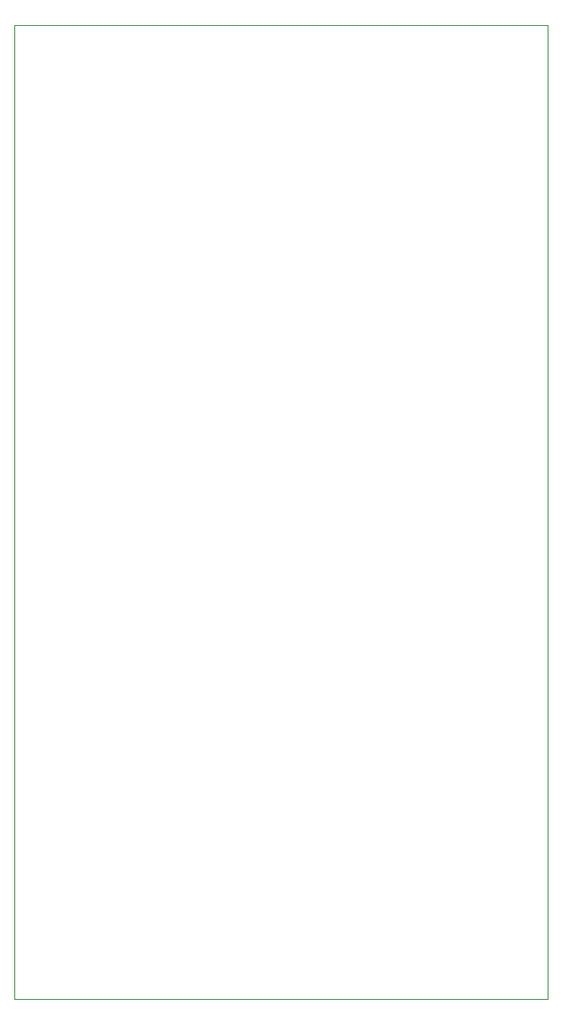
<source format=gm1>
%TF.GenerationSoftware,KiCad,Pcbnew,6.0.6*%
%TF.CreationDate,2022-07-20T10:20:16+02:00*%
%TF.ProjectId,H_vfTimer,48e47666-5469-46d6-9572-2e6b69636164,rev?*%
%TF.SameCoordinates,Original*%
%TF.FileFunction,Profile,NP*%
%FSLAX46Y46*%
G04 Gerber Fmt 4.6, Leading zero omitted, Abs format (unit mm)*
G04 Created by KiCad (PCBNEW 6.0.6) date 2022-07-20 10:20:16*
%MOMM*%
%LPD*%
G01*
G04 APERTURE LIST*
%TA.AperFunction,Profile*%
%ADD10C,0.100000*%
%TD*%
G04 APERTURE END LIST*
D10*
X147320000Y-46482000D02*
X147320000Y-138684000D01*
X96774000Y-46482000D02*
X147320000Y-46482000D01*
X96774000Y-53594000D02*
X96774000Y-138684000D01*
X140970000Y-138684000D02*
X147320000Y-138684000D01*
X96774000Y-138684000D02*
X140970000Y-138684000D01*
X96774000Y-53594000D02*
X96774000Y-46482000D01*
M02*

</source>
